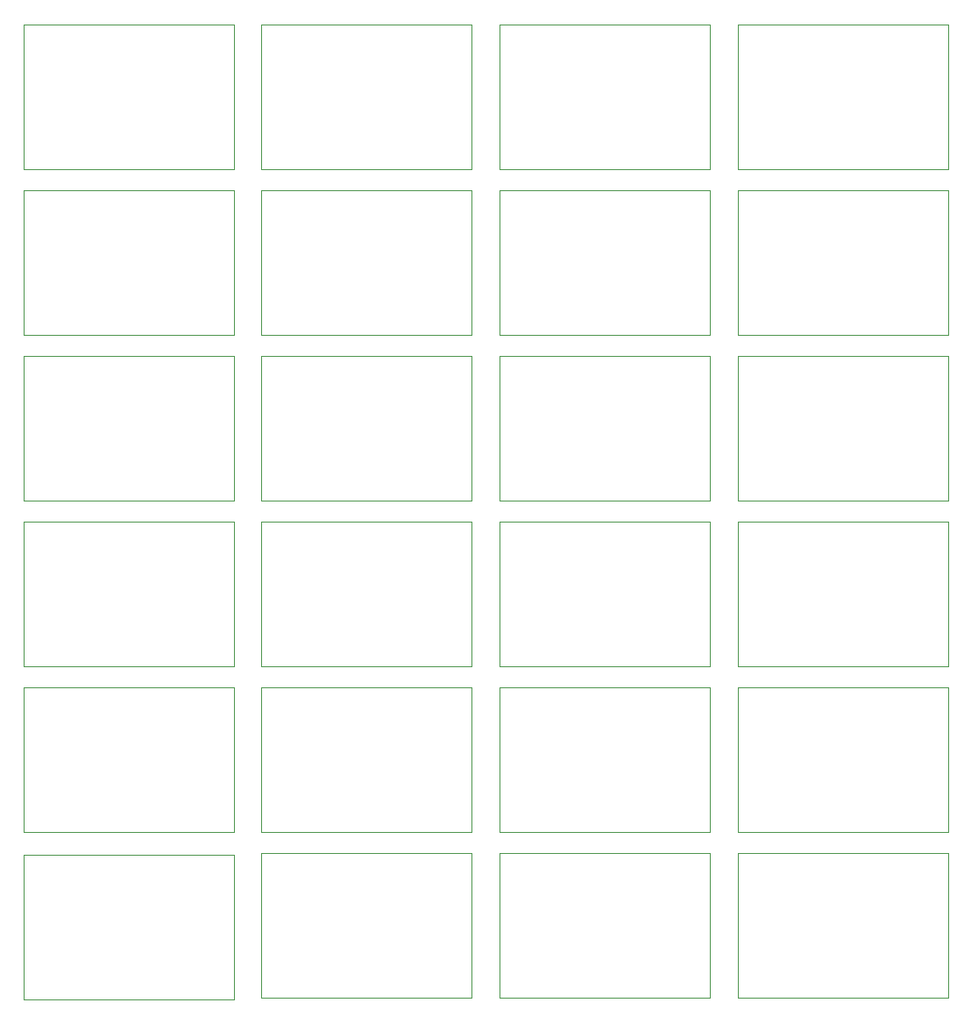
<source format=gm1>
%MOIN*%
%OFA0B0*%
%FSLAX46Y46*%
%IPPOS*%
%LPD*%
%ADD10C,0.0019685039370078744*%
%ADD21C,0.0019685039370078744*%
%ADD22C,0.0019685039370078744*%
%ADD23C,0.0019685039370078744*%
%ADD24C,0.0019685039370078744*%
%ADD25C,0.0019685039370078744*%
%ADD26C,0.0019685039370078744*%
%ADD27C,0.0019685039370078744*%
%ADD28C,0.0019685039370078744*%
%ADD29C,0.0019685039370078744*%
%ADD30C,0.0019685039370078744*%
%ADD31C,0.0019685039370078744*%
%ADD32C,0.0019685039370078744*%
%ADD33C,0.0019685039370078744*%
%ADD34C,0.0019685039370078744*%
%ADD35C,0.0019685039370078744*%
%ADD36C,0.0019685039370078744*%
%ADD37C,0.0019685039370078744*%
%ADD38C,0.0019685039370078744*%
%ADD39C,0.0019685039370078744*%
%ADD40C,0.0019685039370078744*%
%ADD41C,0.0019685039370078744*%
%ADD42C,0.0019685039370078744*%
%ADD43C,0.0019685039370078744*%
G01*
D10*
X0000799999Y0000000000D02*
X0000799999Y0000549999D01*
X0000000000Y0000000000D02*
X0000799999Y0000000000D01*
X0000000000Y0000549999D02*
X0000000000Y0000000000D01*
X0000000000Y0000549999D02*
X0000799999Y0000549999D01*
G04 next file*
G04 Gerber Fmt 4.6, Leading zero omitted, Abs format (unit mm)*
G04 Created by KiCad (PCBNEW (5.1.10)-1) date 2021-10-13 20:52:35*
G01*
G04 APERTURE LIST*
G04 APERTURE END LIST*
D21*
X0001703149Y0000006692D02*
X0001703149Y0000556692D01*
X0000903149Y0000006692D02*
X0001703149Y0000006692D01*
X0000903149Y0000556692D02*
X0000903149Y0000006692D01*
X0000903149Y0000556692D02*
X0001703149Y0000556692D01*
G04 next file*
G04 Gerber Fmt 4.6, Leading zero omitted, Abs format (unit mm)*
G04 Created by KiCad (PCBNEW (5.1.10)-1) date 2021-10-13 20:52:35*
G01*
G04 APERTURE LIST*
G04 APERTURE END LIST*
D22*
X0002608661Y0000006692D02*
X0002608661Y0000556692D01*
X0001808661Y0000006692D02*
X0002608661Y0000006692D01*
X0001808661Y0000556692D02*
X0001808661Y0000006692D01*
X0001808661Y0000556692D02*
X0002608661Y0000556692D01*
G04 next file*
G04 Gerber Fmt 4.6, Leading zero omitted, Abs format (unit mm)*
G04 Created by KiCad (PCBNEW (5.1.10)-1) date 2021-10-13 20:52:35*
G01*
G04 APERTURE LIST*
G04 APERTURE END LIST*
D23*
X0003514173Y0000006692D02*
X0003514173Y0000556692D01*
X0002714173Y0000006692D02*
X0003514173Y0000006692D01*
X0002714173Y0000556692D02*
X0002714173Y0000006692D01*
X0002714173Y0000556692D02*
X0003514173Y0000556692D01*
G04 next file*
G04 Gerber Fmt 4.6, Leading zero omitted, Abs format (unit mm)*
G04 Created by KiCad (PCBNEW (5.1.10)-1) date 2021-10-13 20:52:35*
G01*
G04 APERTURE LIST*
G04 APERTURE END LIST*
D24*
X0000797637Y0000636614D02*
X0000797637Y0001186614D01*
X-0000002362Y0000636614D02*
X0000797637Y0000636614D01*
X-0000002362Y0001186614D02*
X-0000002362Y0000636614D01*
X-0000002362Y0001186614D02*
X0000797637Y0001186614D01*
G04 next file*
G04 Gerber Fmt 4.6, Leading zero omitted, Abs format (unit mm)*
G04 Created by KiCad (PCBNEW (5.1.10)-1) date 2021-10-13 20:52:35*
G01*
G04 APERTURE LIST*
G04 APERTURE END LIST*
D25*
X0000797637Y0001266535D02*
X0000797637Y0001816535D01*
X-0000002362Y0001266535D02*
X0000797637Y0001266535D01*
X-0000002362Y0001816535D02*
X-0000002362Y0001266535D01*
X-0000002362Y0001816535D02*
X0000797637Y0001816535D01*
G04 next file*
G04 Gerber Fmt 4.6, Leading zero omitted, Abs format (unit mm)*
G04 Created by KiCad (PCBNEW (5.1.10)-1) date 2021-10-13 20:52:35*
G01*
G04 APERTURE LIST*
G04 APERTURE END LIST*
D26*
X0000797637Y0001896456D02*
X0000797637Y0002446456D01*
X-0000002362Y0001896456D02*
X0000797637Y0001896456D01*
X-0000002362Y0002446456D02*
X-0000002362Y0001896456D01*
X-0000002362Y0002446456D02*
X0000797637Y0002446456D01*
G04 next file*
G04 Gerber Fmt 4.6, Leading zero omitted, Abs format (unit mm)*
G04 Created by KiCad (PCBNEW (5.1.10)-1) date 2021-10-13 20:52:35*
G01*
G04 APERTURE LIST*
G04 APERTURE END LIST*
D27*
X0000797637Y0002526377D02*
X0000797637Y0003076377D01*
X-0000002362Y0002526377D02*
X0000797637Y0002526377D01*
X-0000002362Y0003076377D02*
X-0000002362Y0002526377D01*
X-0000002362Y0003076377D02*
X0000797637Y0003076377D01*
G04 next file*
G04 Gerber Fmt 4.6, Leading zero omitted, Abs format (unit mm)*
G04 Created by KiCad (PCBNEW (5.1.10)-1) date 2021-10-13 20:52:35*
G01*
G04 APERTURE LIST*
G04 APERTURE END LIST*
D28*
X0000797637Y0003156299D02*
X0000797637Y0003706299D01*
X-0000002362Y0003156299D02*
X0000797637Y0003156299D01*
X-0000002362Y0003706299D02*
X-0000002362Y0003156299D01*
X-0000002362Y0003706299D02*
X0000797637Y0003706299D01*
G04 next file*
G04 Gerber Fmt 4.6, Leading zero omitted, Abs format (unit mm)*
G04 Created by KiCad (PCBNEW (5.1.10)-1) date 2021-10-13 20:52:35*
G01*
G04 APERTURE LIST*
G04 APERTURE END LIST*
D29*
X0001703149Y0000636614D02*
X0001703149Y0001186614D01*
X0000903149Y0000636614D02*
X0001703149Y0000636614D01*
X0000903149Y0001186614D02*
X0000903149Y0000636614D01*
X0000903149Y0001186614D02*
X0001703149Y0001186614D01*
G04 next file*
G04 Gerber Fmt 4.6, Leading zero omitted, Abs format (unit mm)*
G04 Created by KiCad (PCBNEW (5.1.10)-1) date 2021-10-13 20:52:35*
G01*
G04 APERTURE LIST*
G04 APERTURE END LIST*
D30*
X0002608661Y0000636614D02*
X0002608661Y0001186614D01*
X0001808661Y0000636614D02*
X0002608661Y0000636614D01*
X0001808661Y0001186614D02*
X0001808661Y0000636614D01*
X0001808661Y0001186614D02*
X0002608661Y0001186614D01*
G04 next file*
G04 Gerber Fmt 4.6, Leading zero omitted, Abs format (unit mm)*
G04 Created by KiCad (PCBNEW (5.1.10)-1) date 2021-10-13 20:52:35*
G01*
G04 APERTURE LIST*
G04 APERTURE END LIST*
D31*
X0003514173Y0000636614D02*
X0003514173Y0001186614D01*
X0002714173Y0000636614D02*
X0003514173Y0000636614D01*
X0002714173Y0001186614D02*
X0002714173Y0000636614D01*
X0002714173Y0001186614D02*
X0003514173Y0001186614D01*
G04 next file*
G04 Gerber Fmt 4.6, Leading zero omitted, Abs format (unit mm)*
G04 Created by KiCad (PCBNEW (5.1.10)-1) date 2021-10-13 20:52:35*
G01*
G04 APERTURE LIST*
G04 APERTURE END LIST*
D32*
X0001703149Y0001266535D02*
X0001703149Y0001816535D01*
X0000903149Y0001266535D02*
X0001703149Y0001266535D01*
X0000903149Y0001816535D02*
X0000903149Y0001266535D01*
X0000903149Y0001816535D02*
X0001703149Y0001816535D01*
G04 next file*
G04 Gerber Fmt 4.6, Leading zero omitted, Abs format (unit mm)*
G04 Created by KiCad (PCBNEW (5.1.10)-1) date 2021-10-13 20:52:35*
G01*
G04 APERTURE LIST*
G04 APERTURE END LIST*
D33*
X0001703149Y0001896456D02*
X0001703149Y0002446456D01*
X0000903149Y0001896456D02*
X0001703149Y0001896456D01*
X0000903149Y0002446456D02*
X0000903149Y0001896456D01*
X0000903149Y0002446456D02*
X0001703149Y0002446456D01*
G04 next file*
G04 Gerber Fmt 4.6, Leading zero omitted, Abs format (unit mm)*
G04 Created by KiCad (PCBNEW (5.1.10)-1) date 2021-10-13 20:52:35*
G01*
G04 APERTURE LIST*
G04 APERTURE END LIST*
D34*
X0001703149Y0002526377D02*
X0001703149Y0003076377D01*
X0000903149Y0002526377D02*
X0001703149Y0002526377D01*
X0000903149Y0003076377D02*
X0000903149Y0002526377D01*
X0000903149Y0003076377D02*
X0001703149Y0003076377D01*
G04 next file*
G04 Gerber Fmt 4.6, Leading zero omitted, Abs format (unit mm)*
G04 Created by KiCad (PCBNEW (5.1.10)-1) date 2021-10-13 20:52:35*
G01*
G04 APERTURE LIST*
G04 APERTURE END LIST*
D35*
X0001703149Y0003156299D02*
X0001703149Y0003706299D01*
X0000903149Y0003156299D02*
X0001703149Y0003156299D01*
X0000903149Y0003706299D02*
X0000903149Y0003156299D01*
X0000903149Y0003706299D02*
X0001703149Y0003706299D01*
G04 next file*
G04 Gerber Fmt 4.6, Leading zero omitted, Abs format (unit mm)*
G04 Created by KiCad (PCBNEW (5.1.10)-1) date 2021-10-13 20:52:35*
G01*
G04 APERTURE LIST*
G04 APERTURE END LIST*
D36*
X0002608661Y0001266535D02*
X0002608661Y0001816535D01*
X0001808661Y0001266535D02*
X0002608661Y0001266535D01*
X0001808661Y0001816535D02*
X0001808661Y0001266535D01*
X0001808661Y0001816535D02*
X0002608661Y0001816535D01*
G04 next file*
G04 Gerber Fmt 4.6, Leading zero omitted, Abs format (unit mm)*
G04 Created by KiCad (PCBNEW (5.1.10)-1) date 2021-10-13 20:52:35*
G01*
G04 APERTURE LIST*
G04 APERTURE END LIST*
D37*
X0003514173Y0001266535D02*
X0003514173Y0001816535D01*
X0002714173Y0001266535D02*
X0003514173Y0001266535D01*
X0002714173Y0001816535D02*
X0002714173Y0001266535D01*
X0002714173Y0001816535D02*
X0003514173Y0001816535D01*
G04 next file*
G04 Gerber Fmt 4.6, Leading zero omitted, Abs format (unit mm)*
G04 Created by KiCad (PCBNEW (5.1.10)-1) date 2021-10-13 20:52:35*
G01*
G04 APERTURE LIST*
G04 APERTURE END LIST*
D38*
X0002608661Y0001896456D02*
X0002608661Y0002446456D01*
X0001808661Y0001896456D02*
X0002608661Y0001896456D01*
X0001808661Y0002446456D02*
X0001808661Y0001896456D01*
X0001808661Y0002446456D02*
X0002608661Y0002446456D01*
G04 next file*
G04 Gerber Fmt 4.6, Leading zero omitted, Abs format (unit mm)*
G04 Created by KiCad (PCBNEW (5.1.10)-1) date 2021-10-13 20:52:35*
G01*
G04 APERTURE LIST*
G04 APERTURE END LIST*
D39*
X0003514173Y0001896456D02*
X0003514173Y0002446456D01*
X0002714173Y0001896456D02*
X0003514173Y0001896456D01*
X0002714173Y0002446456D02*
X0002714173Y0001896456D01*
X0002714173Y0002446456D02*
X0003514173Y0002446456D01*
G04 next file*
G04 Gerber Fmt 4.6, Leading zero omitted, Abs format (unit mm)*
G04 Created by KiCad (PCBNEW (5.1.10)-1) date 2021-10-13 20:52:35*
G01*
G04 APERTURE LIST*
G04 APERTURE END LIST*
D40*
X0002608661Y0002526377D02*
X0002608661Y0003076377D01*
X0001808661Y0002526377D02*
X0002608661Y0002526377D01*
X0001808661Y0003076377D02*
X0001808661Y0002526377D01*
X0001808661Y0003076377D02*
X0002608661Y0003076377D01*
G04 next file*
G04 Gerber Fmt 4.6, Leading zero omitted, Abs format (unit mm)*
G04 Created by KiCad (PCBNEW (5.1.10)-1) date 2021-10-13 20:52:35*
G01*
G04 APERTURE LIST*
G04 APERTURE END LIST*
D41*
X0002608661Y0003156299D02*
X0002608661Y0003706299D01*
X0001808661Y0003156299D02*
X0002608661Y0003156299D01*
X0001808661Y0003706299D02*
X0001808661Y0003156299D01*
X0001808661Y0003706299D02*
X0002608661Y0003706299D01*
G04 next file*
G04 Gerber Fmt 4.6, Leading zero omitted, Abs format (unit mm)*
G04 Created by KiCad (PCBNEW (5.1.10)-1) date 2021-10-13 20:52:35*
G01*
G04 APERTURE LIST*
G04 APERTURE END LIST*
D42*
X0003514173Y0002526377D02*
X0003514173Y0003076377D01*
X0002714173Y0002526377D02*
X0003514173Y0002526377D01*
X0002714173Y0003076377D02*
X0002714173Y0002526377D01*
X0002714173Y0003076377D02*
X0003514173Y0003076377D01*
G04 next file*
G04 Gerber Fmt 4.6, Leading zero omitted, Abs format (unit mm)*
G04 Created by KiCad (PCBNEW (5.1.10)-1) date 2021-10-13 20:52:35*
G01*
G04 APERTURE LIST*
G04 APERTURE END LIST*
D43*
X0003514173Y0003156299D02*
X0003514173Y0003706299D01*
X0002714173Y0003156299D02*
X0003514173Y0003156299D01*
X0002714173Y0003706299D02*
X0002714173Y0003156299D01*
X0002714173Y0003706299D02*
X0003514173Y0003706299D01*
M02*
</source>
